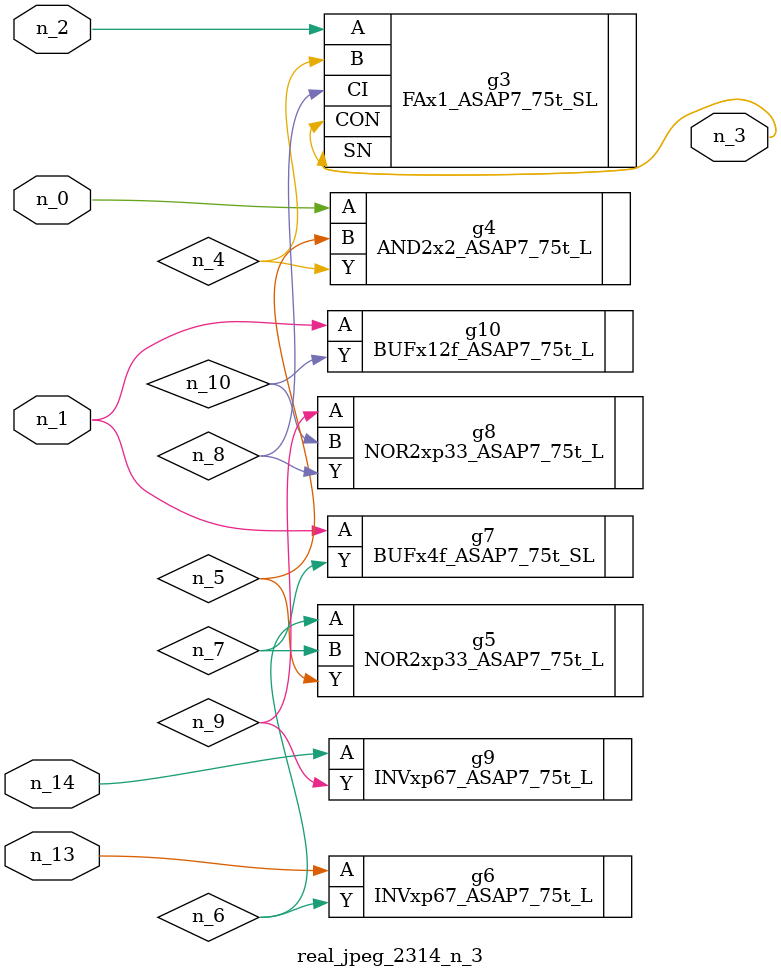
<source format=v>
module real_jpeg_2314_n_3 (n_0, n_1, n_14, n_2, n_13, n_3);

input n_0;
input n_1;
input n_14;
input n_2;
input n_13;

output n_3;

wire n_5;
wire n_4;
wire n_8;
wire n_6;
wire n_7;
wire n_10;
wire n_9;

AND2x2_ASAP7_75t_L g4 ( 
.A(n_0),
.B(n_5),
.Y(n_4)
);

BUFx4f_ASAP7_75t_SL g7 ( 
.A(n_1),
.Y(n_7)
);

BUFx12f_ASAP7_75t_L g10 ( 
.A(n_1),
.Y(n_10)
);

FAx1_ASAP7_75t_SL g3 ( 
.A(n_2),
.B(n_4),
.CI(n_8),
.CON(n_3),
.SN(n_3)
);

NOR2xp33_ASAP7_75t_L g5 ( 
.A(n_6),
.B(n_7),
.Y(n_5)
);

NOR2xp33_ASAP7_75t_L g8 ( 
.A(n_9),
.B(n_10),
.Y(n_8)
);

INVxp67_ASAP7_75t_L g6 ( 
.A(n_13),
.Y(n_6)
);

INVxp67_ASAP7_75t_L g9 ( 
.A(n_14),
.Y(n_9)
);


endmodule
</source>
